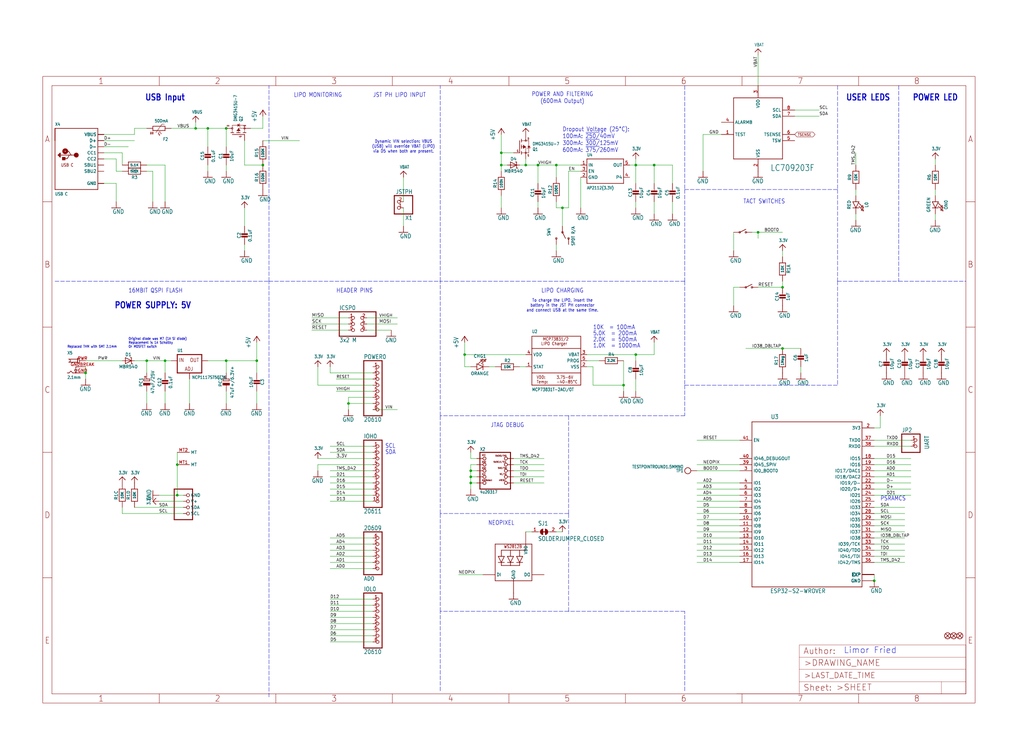
<source format=kicad_sch>
(kicad_sch (version 20211123) (generator eeschema)
  (paper "User" 425.45 313.385)
  (junction (at 363.22 241.3))
  (junction (at 86.36 53.34))
  (junction (at 195.58 198.12))
  (junction (at 264.16 147.32))
  (junction (at 109.22 68.58))
  (junction (at 208.28 63.5))
  (junction (at 93.98 149.86))
  (junction (at 218.44 68.58))
  (junction (at 231.14 68.58))
  (junction (at 35.56 154.94))
  (junction (at 264.16 68.58))
  (junction (at 195.58 200.66))
  (junction (at 208.28 68.58))
  (junction (at 325.12 119.38))
  (junction (at 233.68 86.36))
  (junction (at 81.28 53.34))
  (junction (at 223.52 68.58))
  (junction (at 314.96 96.52))
  (junction (at 271.78 68.58))
  (junction (at 106.68 149.86))
  (junction (at 193.04 147.32))
  (junction (at 325.12 144.78))
  (junction (at 144.78 167.64))
  (junction (at 259.08 160.02))
  (junction (at 93.98 53.34))
  (junction (at 68.58 149.86))
  (junction (at 60.96 149.86))
  (junction (at 73.66 205.74))
  (junction (at 73.66 193.04))
  (junction (at 195.58 195.58))
  (wire (pts (xy 195.58 152.4) (xy 193.04 152.4)))
  (wire (pts (xy 363.22 231.14) (xy 375.92 231.14)))
  (polyline (pts (xy 347.98 78.74) (xy 347.98 116.84)))
  (polyline (pts (xy 236.22 213.36) (xy 182.88 213.36)))
  (wire (pts (xy 109.22 58.42) (xy 124.46 58.42)))
  (wire (pts (xy 137.16 208.28) (xy 154.94 208.28)))
  (wire (pts (xy 137.16 251.46) (xy 154.94 251.46)))
  (wire (pts (xy 289.56 215.9) (xy 307.34 215.9)))
  (wire (pts (xy 355.6 91.44) (xy 355.6 88.9)))
  (wire (pts (xy 93.98 149.86) (xy 106.68 149.86)))
  (polyline (pts (xy 182.88 213.36) (xy 182.88 172.72)))
  (wire (pts (xy 93.98 162.56) (xy 93.98 167.64)))
  (wire (pts (xy 314.96 35.56) (xy 314.96 22.86)))
  (wire (pts (xy 154.94 170.18) (xy 165.1 170.18)))
  (wire (pts (xy 363.22 177.8) (xy 365.76 177.8)))
  (wire (pts (xy 137.16 223.52) (xy 154.94 223.52)))
  (wire (pts (xy 50.8 149.86) (xy 35.56 149.86)))
  (wire (pts (xy 109.22 53.34) (xy 109.22 48.26)))
  (wire (pts (xy 144.78 134.62) (xy 129.54 134.62)))
  (wire (pts (xy 208.28 71.12) (xy 208.28 68.58)))
  (wire (pts (xy 289.56 223.52) (xy 307.34 223.52)))
  (wire (pts (xy 271.78 68.58) (xy 271.78 76.2)))
  (wire (pts (xy 86.36 71.12) (xy 86.36 68.58)))
  (wire (pts (xy 307.34 228.6) (xy 289.56 228.6)))
  (wire (pts (xy 289.56 208.28) (xy 307.34 208.28)))
  (wire (pts (xy 154.94 195.58) (xy 137.16 195.58)))
  (wire (pts (xy 363.22 193.04) (xy 378.46 193.04)))
  (wire (pts (xy 144.78 167.64) (xy 144.78 170.18)))
  (polyline (pts (xy 236.22 213.36) (xy 236.22 172.72)))
  (wire (pts (xy 307.34 231.14) (xy 289.56 231.14)))
  (wire (pts (xy 193.04 152.4) (xy 193.04 147.32)))
  (wire (pts (xy 264.16 68.58) (xy 264.16 66.04)))
  (wire (pts (xy 388.62 68.58) (xy 388.62 66.04)))
  (wire (pts (xy 76.2 213.36) (xy 50.8 213.36)))
  (wire (pts (xy 218.44 66.04) (xy 218.44 68.58)))
  (wire (pts (xy 55.88 55.88) (xy 55.88 53.34)))
  (wire (pts (xy 330.2 45.72) (xy 340.36 45.72)))
  (wire (pts (xy 167.64 93.98) (xy 167.64 86.36)))
  (wire (pts (xy 314.96 119.38) (xy 325.12 119.38)))
  (wire (pts (xy 215.9 68.58) (xy 218.44 68.58)))
  (wire (pts (xy 137.16 154.94) (xy 137.16 152.4)))
  (wire (pts (xy 55.88 53.34) (xy 60.96 53.34)))
  (polyline (pts (xy 111.76 289.56) (xy 111.76 116.84)))
  (wire (pts (xy 48.26 76.2) (xy 48.26 83.82)))
  (wire (pts (xy 363.22 213.36) (xy 375.92 213.36)))
  (wire (pts (xy 325.12 144.78) (xy 309.88 144.78)))
  (wire (pts (xy 35.56 152.4) (xy 35.56 154.94)))
  (wire (pts (xy 167.64 73.66) (xy 167.64 83.82)))
  (wire (pts (xy 154.94 193.04) (xy 132.08 193.04)))
  (wire (pts (xy 76.2 210.82) (xy 55.88 210.82)))
  (wire (pts (xy 375.92 228.6) (xy 363.22 228.6)))
  (wire (pts (xy 137.16 248.92) (xy 154.94 248.92)))
  (wire (pts (xy 304.8 119.38) (xy 304.8 127)))
  (wire (pts (xy 48.26 76.2) (xy 43.18 76.2)))
  (polyline (pts (xy 284.48 35.56) (xy 284.48 78.74)))
  (wire (pts (xy 388.62 88.9) (xy 388.62 91.44)))
  (wire (pts (xy 198.12 200.66) (xy 195.58 200.66)))
  (wire (pts (xy 231.14 104.14) (xy 231.14 101.6)))
  (wire (pts (xy 279.4 83.82) (xy 279.4 88.9)))
  (wire (pts (xy 236.22 71.12) (xy 236.22 86.36)))
  (polyline (pts (xy 347.98 116.84) (xy 347.98 160.02)))
  (wire (pts (xy 68.58 149.86) (xy 68.58 154.94)))
  (polyline (pts (xy 284.48 78.74) (xy 347.98 78.74)))
  (polyline (pts (xy 236.22 254) (xy 236.22 213.36)))
  (wire (pts (xy 261.62 68.58) (xy 264.16 68.58)))
  (wire (pts (xy 198.12 195.58) (xy 195.58 195.58)))
  (wire (pts (xy 137.16 228.6) (xy 154.94 228.6)))
  (wire (pts (xy 307.34 200.66) (xy 289.56 200.66)))
  (wire (pts (xy 195.58 193.04) (xy 195.58 195.58)))
  (wire (pts (xy 363.22 238.76) (xy 363.22 241.3)))
  (wire (pts (xy 363.22 203.2) (xy 378.46 203.2)))
  (wire (pts (xy 200.66 238.76) (xy 190.5 238.76)))
  (wire (pts (xy 203.2 152.4) (xy 205.74 152.4)))
  (wire (pts (xy 154.94 162.56) (xy 139.7 162.56)))
  (wire (pts (xy 154.94 200.66) (xy 137.16 200.66)))
  (polyline (pts (xy 284.48 172.72) (xy 236.22 172.72)))
  (wire (pts (xy 271.78 83.82) (xy 271.78 88.9)))
  (wire (pts (xy 223.52 76.2) (xy 223.52 68.58)))
  (wire (pts (xy 152.4 134.62) (xy 165.1 134.62)))
  (polyline (pts (xy 284.48 254) (xy 236.22 254)))
  (polyline (pts (xy 284.48 78.74) (xy 284.48 116.84)))
  (wire (pts (xy 304.8 96.52) (xy 304.8 104.14)))
  (wire (pts (xy 307.34 119.38) (xy 304.8 119.38)))
  (wire (pts (xy 198.12 193.04) (xy 195.58 193.04)))
  (wire (pts (xy 73.66 193.04) (xy 73.66 205.74)))
  (wire (pts (xy 332.74 144.78) (xy 325.12 144.78)))
  (wire (pts (xy 104.14 53.34) (xy 109.22 53.34)))
  (wire (pts (xy 241.3 68.58) (xy 231.14 68.58)))
  (wire (pts (xy 233.68 86.36) (xy 231.14 86.36)))
  (wire (pts (xy 93.98 53.34) (xy 86.36 53.34)))
  (wire (pts (xy 363.22 218.44) (xy 375.92 218.44)))
  (wire (pts (xy 307.34 182.88) (xy 289.56 182.88)))
  (wire (pts (xy 165.1 132.08) (xy 152.4 132.08)))
  (wire (pts (xy 154.94 205.74) (xy 137.16 205.74)))
  (wire (pts (xy 48.26 66.04) (xy 48.26 71.12)))
  (wire (pts (xy 154.94 154.94) (xy 137.16 154.94)))
  (wire (pts (xy 312.42 96.52) (xy 314.96 96.52)))
  (wire (pts (xy 101.6 101.6) (xy 101.6 104.14)))
  (wire (pts (xy 289.56 210.82) (xy 307.34 210.82)))
  (wire (pts (xy 243.84 149.86) (xy 248.92 149.86)))
  (wire (pts (xy 50.8 63.5) (xy 50.8 68.58)))
  (wire (pts (xy 365.76 177.8) (xy 365.76 172.72)))
  (wire (pts (xy 213.36 195.58) (xy 226.06 195.58)))
  (wire (pts (xy 388.62 81.28) (xy 388.62 78.74)))
  (wire (pts (xy 154.94 226.06) (xy 137.16 226.06)))
  (wire (pts (xy 154.94 190.5) (xy 132.08 190.5)))
  (wire (pts (xy 264.16 83.82) (xy 264.16 86.36)))
  (wire (pts (xy 299.72 55.88) (xy 292.1 55.88)))
  (wire (pts (xy 35.56 154.94) (xy 35.56 157.48)))
  (wire (pts (xy 93.98 68.58) (xy 93.98 71.12)))
  (polyline (pts (xy 182.88 287.02) (xy 182.88 254)))
  (wire (pts (xy 213.36 193.04) (xy 226.06 193.04)))
  (wire (pts (xy 233.68 220.98) (xy 231.14 220.98)))
  (wire (pts (xy 264.16 149.86) (xy 264.16 147.32)))
  (wire (pts (xy 60.96 68.58) (xy 68.58 68.58)))
  (polyline (pts (xy 182.88 116.84) (xy 182.88 35.56)))
  (wire (pts (xy 246.38 160.02) (xy 259.08 160.02)))
  (wire (pts (xy 86.36 53.34) (xy 81.28 53.34)))
  (wire (pts (xy 363.22 220.98) (xy 375.92 220.98)))
  (wire (pts (xy 332.74 154.94) (xy 332.74 152.4)))
  (wire (pts (xy 144.78 165.1) (xy 144.78 167.64)))
  (wire (pts (xy 137.16 259.08) (xy 154.94 259.08)))
  (wire (pts (xy 73.66 205.74) (xy 76.2 205.74)))
  (wire (pts (xy 154.94 165.1) (xy 144.78 165.1)))
  (wire (pts (xy 132.08 160.02) (xy 132.08 152.4)))
  (wire (pts (xy 223.52 68.58) (xy 231.14 68.58)))
  (wire (pts (xy 106.68 142.24) (xy 106.68 149.86)))
  (wire (pts (xy 137.16 198.12) (xy 154.94 198.12)))
  (wire (pts (xy 154.94 167.64) (xy 144.78 167.64)))
  (wire (pts (xy 106.68 149.86) (xy 106.68 154.94)))
  (wire (pts (xy 86.36 53.34) (xy 86.36 60.96)))
  (wire (pts (xy 60.96 167.64) (xy 60.96 162.56)))
  (wire (pts (xy 259.08 160.02) (xy 259.08 162.56)))
  (wire (pts (xy 137.16 264.16) (xy 154.94 264.16)))
  (wire (pts (xy 132.08 193.04) (xy 132.08 195.58)))
  (wire (pts (xy 363.22 198.12) (xy 378.46 198.12)))
  (polyline (pts (xy 22.86 116.84) (xy 111.76 116.84)))
  (wire (pts (xy 73.66 187.96) (xy 73.66 193.04)))
  (wire (pts (xy 210.82 68.58) (xy 208.28 68.58)))
  (wire (pts (xy 307.34 193.04) (xy 289.56 193.04)))
  (wire (pts (xy 43.18 63.5) (xy 50.8 63.5)))
  (wire (pts (xy 325.12 104.14) (xy 325.12 106.68)))
  (wire (pts (xy 101.6 68.58) (xy 101.6 58.42)))
  (wire (pts (xy 137.16 254) (xy 154.94 254)))
  (wire (pts (xy 264.16 76.2) (xy 264.16 68.58)))
  (wire (pts (xy 363.22 185.42) (xy 378.46 185.42)))
  (wire (pts (xy 81.28 50.8) (xy 81.28 53.34)))
  (polyline (pts (xy 284.48 160.02) (xy 347.98 160.02)))
  (wire (pts (xy 289.56 205.74) (xy 307.34 205.74)))
  (wire (pts (xy 144.78 137.16) (xy 129.54 137.16)))
  (wire (pts (xy 215.9 152.4) (xy 218.44 152.4)))
  (polyline (pts (xy 111.76 116.84) (xy 111.76 35.56)))
  (wire (pts (xy 307.34 220.98) (xy 289.56 220.98)))
  (wire (pts (xy 137.16 203.2) (xy 154.94 203.2)))
  (wire (pts (xy 193.04 142.24) (xy 193.04 147.32)))
  (wire (pts (xy 289.56 218.44) (xy 307.34 218.44)))
  (wire (pts (xy 195.58 190.5) (xy 195.58 187.96)))
  (wire (pts (xy 231.14 73.66) (xy 231.14 68.58)))
  (wire (pts (xy 154.94 185.42) (xy 137.16 185.42)))
  (wire (pts (xy 259.08 149.86) (xy 259.08 160.02)))
  (wire (pts (xy 264.16 157.48) (xy 264.16 162.56)))
  (wire (pts (xy 355.6 78.74) (xy 355.6 81.28)))
  (polyline (pts (xy 236.22 172.72) (xy 182.88 172.72)))
  (wire (pts (xy 86.36 149.86) (xy 93.98 149.86)))
  (wire (pts (xy 43.18 55.88) (xy 55.88 55.88)))
  (wire (pts (xy 73.66 205.74) (xy 66.04 205.74)))
  (wire (pts (xy 208.28 63.5) (xy 208.28 55.88)))
  (wire (pts (xy 307.34 195.58) (xy 289.56 195.58)))
  (wire (pts (xy 271.78 142.24) (xy 271.78 147.32)))
  (wire (pts (xy 330.2 48.26) (xy 340.36 48.26)))
  (polyline (pts (xy 182.88 254) (xy 182.88 213.36)))
  (wire (pts (xy 137.16 266.7) (xy 154.94 266.7)))
  (wire (pts (xy 271.78 68.58) (xy 279.4 68.58)))
  (wire (pts (xy 279.4 68.58) (xy 279.4 76.2)))
  (wire (pts (xy 375.92 210.82) (xy 363.22 210.82)))
  (wire (pts (xy 233.68 93.98) (xy 233.68 86.36)))
  (wire (pts (xy 314.96 96.52) (xy 314.96 99.06)))
  (wire (pts (xy 195.58 195.58) (xy 195.58 198.12)))
  (wire (pts (xy 71.12 149.86) (xy 68.58 149.86)))
  (polyline (pts (xy 284.48 116.84) (xy 284.48 160.02)))
  (wire (pts (xy 363.22 182.88) (xy 378.46 182.88)))
  (wire (pts (xy 307.34 213.36) (xy 289.56 213.36)))
  (wire (pts (xy 193.04 147.32) (xy 218.44 147.32)))
  (wire (pts (xy 144.78 132.08) (xy 129.54 132.08)))
  (wire (pts (xy 154.94 187.96) (xy 137.16 187.96)))
  (wire (pts (xy 93.98 149.86) (xy 93.98 154.94)))
  (wire (pts (xy 208.28 68.58) (xy 208.28 63.5)))
  (wire (pts (xy 109.22 68.58) (xy 101.6 68.58)))
  (polyline (pts (xy 182.88 172.72) (xy 182.88 116.84)))
  (wire (pts (xy 264.16 147.32) (xy 243.84 147.32)))
  (wire (pts (xy 50.8 213.36) (xy 50.8 210.82)))
  (wire (pts (xy 325.12 116.84) (xy 325.12 119.38)))
  (wire (pts (xy 243.84 152.4) (xy 246.38 152.4)))
  (wire (pts (xy 213.36 190.5) (xy 226.06 190.5)))
  (wire (pts (xy 48.26 71.12) (xy 50.8 71.12)))
  (wire (pts (xy 292.1 55.88) (xy 292.1 71.12)))
  (polyline (pts (xy 347.98 35.56) (xy 347.98 78.74)))
  (wire (pts (xy 68.58 68.58) (xy 68.58 83.82)))
  (wire (pts (xy 220.98 220.98) (xy 218.44 220.98)))
  (wire (pts (xy 93.98 60.96) (xy 93.98 53.34)))
  (wire (pts (xy 154.94 231.14) (xy 137.16 231.14)))
  (polyline (pts (xy 347.98 116.84) (xy 373.38 116.84)))
  (wire (pts (xy 195.58 198.12) (xy 195.58 200.66)))
  (wire (pts (xy 363.22 215.9) (xy 375.92 215.9)))
  (wire (pts (xy 226.06 200.66) (xy 213.36 200.66)))
  (wire (pts (xy 241.3 71.12) (xy 236.22 71.12)))
  (wire (pts (xy 43.18 58.42) (xy 55.88 58.42)))
  (polyline (pts (xy 284.48 160.02) (xy 284.48 172.72)))
  (wire (pts (xy 78.74 167.64) (xy 78.74 157.48)))
  (polyline (pts (xy 284.48 116.84) (xy 182.88 116.84)))
  (wire (pts (xy 289.56 226.06) (xy 307.34 226.06)))
  (wire (pts (xy 66.04 208.28) (xy 76.2 208.28)))
  (wire (pts (xy 43.18 60.96) (xy 53.34 60.96)))
  (wire (pts (xy 137.16 256.54) (xy 154.94 256.54)))
  (wire (pts (xy 223.52 83.82) (xy 223.52 86.36)))
  (wire (pts (xy 68.58 149.86) (xy 60.96 149.86)))
  (wire (pts (xy 195.58 200.66) (xy 195.58 203.2)))
  (wire (pts (xy 363.22 200.66) (xy 378.46 200.66)))
  (wire (pts (xy 68.58 162.56) (xy 68.58 167.64)))
  (polyline (pts (xy 284.48 287.02) (xy 284.48 254)))
  (wire (pts (xy 231.14 86.36) (xy 231.14 83.82)))
  (wire (pts (xy 375.92 233.68) (xy 363.22 233.68)))
  (wire (pts (xy 106.68 162.56) (xy 106.68 167.64)))
  (wire (pts (xy 264.16 147.32) (xy 271.78 147.32)))
  (wire (pts (xy 363.22 190.5) (xy 378.46 190.5)))
  (wire (pts (xy 218.44 68.58) (xy 223.52 68.58)))
  (wire (pts (xy 154.94 261.62) (xy 137.16 261.62)))
  (wire (pts (xy 363.22 223.52) (xy 375.92 223.52)))
  (wire (pts (xy 363.22 205.74) (xy 378.46 205.74)))
  (wire (pts (xy 162.56 137.16) (xy 152.4 137.16)))
  (polyline (pts (xy 373.38 116.84) (xy 401.32 116.84)))
  (wire (pts (xy 60.96 149.86) (xy 55.88 149.86)))
  (wire (pts (xy 213.36 198.12) (xy 226.06 198.12)))
  (wire (pts (xy 198.12 198.12) (xy 195.58 198.12)))
  (wire (pts (xy 60.96 154.94) (xy 60.96 149.86)))
  (wire (pts (xy 246.38 152.4) (xy 246.38 160.02)))
  (wire (pts (xy 314.96 96.52) (xy 325.12 96.52)))
  (wire (pts (xy 355.6 63.5) (xy 355.6 68.58)))
  (wire (pts (xy 154.94 236.22) (xy 137.16 236.22)))
  (wire (pts (xy 241.3 73.66) (xy 241.3 86.36)))
  (wire (pts (xy 363.22 195.58) (xy 378.46 195.58)))
  (wire (pts (xy 198.12 190.5) (xy 195.58 190.5)))
  (wire (pts (xy 307.34 203.2) (xy 289.56 203.2)))
  (wire (pts (xy 101.6 86.36) (xy 101.6 93.98)))
  (polyline (pts (xy 111.76 116.84) (xy 182.88 116.84)))
  (wire (pts (xy 81.28 53.34) (xy 71.12 53.34)))
  (wire (pts (xy 60.96 71.12) (xy 63.5 71.12)))
  (wire (pts (xy 213.36 63.5) (xy 208.28 63.5)))
  (wire (pts (xy 307.34 233.68) (xy 289.56 233.68)))
  (wire (pts (xy 43.18 66.04) (xy 48.26 66.04)))
  (wire (pts (xy 154.94 160.02) (xy 132.08 160.02)))
  (wire (pts (xy 139.7 157.48) (xy 154.94 157.48)))
  (wire (pts (xy 137.16 233.68) (xy 154.94 233.68)))
  (polyline (pts (xy 236.22 254) (xy 182.88 254)))
  (wire (pts (xy 264.16 68.58) (xy 271.78 68.58)))
  (wire (pts (xy 363.22 226.06) (xy 375.92 226.06)))
  (wire (pts (xy 63.5 71.12) (xy 63.5 83.82)))
  (polyline (pts (xy 373.38 35.56) (xy 373.38 116.84)))
  (wire (pts (xy 208.28 86.36) (xy 208.28 81.28)))
  (wire (pts (xy 236.22 86.36) (xy 233.68 86.36)))
  (text "LIPO MONITORING" (at 132.08 40.64 180) (effects (font (size 1.778 1.5113)) (justify bottom)))
  (text "Dynamic VIN selection: VBUS\n(USB) will override VBAT (LIPO)\nvia D5 when both are present." (at 167.64 60.96 0) (effects (font (size 1.27 1.0795))))
  (text "Dropout Voltage (25°C):\n100mA: ~{250/}40mV\n300mA: ~{300/}125mV\n600mA: ~{375/}260mV" (at 233.68 63.5 0) (effects (font (size 1.778 1.5113)) (justify left bottom)))
  (text "16MBIT QSPI FLASH" (at 53.34 121.92 180) (effects (font (size 1.778 1.5113)) (justify left bottom)))
  (text "Replaced THM with SMT 2.1mm" (at 27.94 144.78 180) (effects (font (size 1.016 0.8636)) (justify left bottom)))
  (text "USB Input" (at 68.58 40.64 180) (effects (font (size 2.54 2.159) (thickness 0.4318) bold)))
  (text "10K  = 100mA" (at 246.38 137.16 180) (effects (font (size 1.778 1.5113)) (justify left bottom)))
  (text "5.0K  = 200mA" (at 246.38 139.7 180) (effects (font (size 1.778 1.5113)) (justify left bottom)))
  (text "SCL" (at 160.02 185.42 180) (effects (font (size 1.778 1.5113)) (justify left)))
  (text "JST PH LIPO INPUT" (at 154.94 40.64 180) (effects (font (size 1.778 1.5113)) (justify left bottom)))
  (text "HEADER PINS" (at 147.32 121.92 180) (effects (font (size 1.778 1.5113)) (justify bottom)))
  (text "POWER SUPPLY: 5V" (at 63.5 127 180) (effects (font (size 2.54 2.159) (thickness 0.4318) bold)))
  (text "POWER AND FILTERING\n(600mA Output)" (at 233.68 43.18 180) (effects (font (size 1.778 1.5113)) (justify bottom)))
  (text "SDA" (at 160.02 187.96 180) (effects (font (size 1.778 1.5113)) (justify left)))
  (text "To charge the LIPO, insert the\nbattery in the JST PH connector\nand connect USB at the same time." (at 233.68 127 0) (effects (font (size 1.27 1.0795))))
  (text "PSRAMCS" (at 365.76 208.28 180) (effects (font (size 1.778 1.5113)) (justify left bottom)))
  (text "USER LEDS" (at 360.68 40.64 180) (effects (font (size 2.54 2.159) (thickness 0.4318) bold)))
  (text "POWER LED" (at 388.62 40.64 180) (effects (font (size 2.54 2.159) (thickness 0.4318) bold)))
  (text "2.0K  = 500mA" (at 246.38 142.24 180) (effects (font (size 1.778 1.5113)) (justify left bottom)))
  (text "Original diode was M7 (1A Si diode)\nReplacement is 1A Schottky\nOr MOSFET switch" (at 53.34 144.78 0) (effects (font (size 1.016 0.8636)) (justify left bottom)))
  (text "TACT SWITCHES" (at 317.5 83.82 180) (effects (font (size 1.778 1.5113))))
  (text "LIPO CHARGING" (at 233.68 121.92 180) (effects (font (size 1.778 1.5113)) (justify bottom)))
  (text "Limor Fried" (at 350.52 271.78 180) (effects (font (size 2.54 2.54)) (justify left bottom)))
  (text "JTAG DEBUG" (at 210.82 177.8 180) (effects (font (size 1.778 1.5113)) (justify bottom)))
  (text "NEOPIXEL" (at 208.28 218.44 180) (effects (font (size 1.778 1.5113)) (justify bottom)))
  (text "1.0K  = 1000mA" (at 246.38 144.78 180) (effects (font (size 1.778 1.5113)) (justify left bottom)))
  (label "D12" (at 292.1 228.6 0) (effects (font (size 1.2446 1.2446))))
  (label "VBUS" (at 73.66 53.34 0) (effects (font (size 1.2446 1.2446))))
  (label "TCK" (at 365.76 226.06 0) (effects (font (size 1.2446 1.2446))))
  (label "VIN" (at 63.5 149.86 0) (effects (font (size 1.2446 1.2446))))
  (label "SCL" (at 340.36 45.72 0) (effects (font (size 1.2446 1.2446))))
  (label "D10" (at 292.1 223.52 0) (effects (font (size 1.2446 1.2446))))
  (label "D5" (at 137.16 266.7 0) (effects (font (size 1.2446 1.2446))))
  (label "D9" (at 292.1 220.98 0) (effects (font (size 1.2446 1.2446))))
  (label "BOOT0" (at 292.1 195.58 0) (effects (font (size 1.2446 1.2446))))
  (label "MOSI" (at 365.76 215.9 0) (effects (font (size 1.2446 1.2446))))
  (label "SCL" (at 139.7 185.42 0) (effects (font (size 1.2446 1.2446))))
  (label "SDA" (at 340.36 48.26 0) (effects (font (size 1.2446 1.2446))))
  (label "D15" (at 139.7 203.2 0) (effects (font (size 1.2446 1.2446))))
  (label "AD2" (at 139.7 231.14 0) (effects (font (size 1.2446 1.2446))))
  (label "D-" (at 43.18 60.96 0) (effects (font (size 1.2446 1.2446))))
  (label "AD4" (at 292.1 205.74 0) (effects (font (size 1.2446 1.2446))))
  (label "D6" (at 292.1 213.36 0) (effects (font (size 1.2446 1.2446))))
  (label "RESET" (at 215.9 200.66 0) (effects (font (size 1.2446 1.2446))))
  (label "D7" (at 292.1 215.9 0) (effects (font (size 1.2446 1.2446))))
  (label "TMS_D42" (at 365.76 233.68 0) (effects (font (size 1.2446 1.2446))))
  (label "D6" (at 137.16 264.16 0) (effects (font (size 1.2446 1.2446))))
  (label "MISO" (at 365.76 220.98 0) (effects (font (size 1.2446 1.2446))))
  (label "PWR" (at 40.64 149.86 0) (effects (font (size 1.2446 1.2446))))
  (label "AD1" (at 139.7 233.68 0) (effects (font (size 1.2446 1.2446))))
  (label "D15" (at 368.3 190.5 0) (effects (font (size 1.2446 1.2446))))
  (label "AD0" (at 139.7 236.22 0) (effects (font (size 1.2446 1.2446))))
  (label "AD0" (at 368.3 195.58 0) (effects (font (size 1.2446 1.2446))))
  (label "GND" (at 294.64 55.88 0) (effects (font (size 1.2446 1.2446))))
  (label "VBAT" (at 314.96 27.94 90) (effects (font (size 1.2446 1.2446))))
  (label "TMS_D42" (at 215.9 190.5 0) (effects (font (size 1.2446 1.2446))))
  (label "SDA" (at 139.7 187.96 0) (effects (font (size 1.2446 1.2446))))
  (label "3.3V" (at 139.7 190.5 0) (effects (font (size 1.3513 1.3513))))
  (label "TDO" (at 365.76 228.6 0) (effects (font (size 1.2446 1.2446))))
  (label "AD5" (at 292.1 208.28 0) (effects (font (size 1.2446 1.2446))))
  (label "NEOPIX" (at 292.1 193.04 0) (effects (font (size 1.2446 1.2446))))
  (label "TDO" (at 215.9 195.58 0) (effects (font (size 1.2446 1.2446))))
  (label "IO38_DBLTAP" (at 312.42 144.78 0) (effects (font (size 1.2446 1.2446))))
  (label "TCK" (at 215.9 193.04 0) (effects (font (size 1.2446 1.2446))))
  (label "TDI" (at 215.9 198.12 0) (effects (font (size 1.2446 1.2446))))
  (label "VHIGH" (at 139.7 162.56 0) (effects (font (size 1.2446 1.2446))))
  (label "IO38_DBLTAP" (at 365.76 223.52 0) (effects (font (size 1.2446 1.2446))))
  (label "AD3" (at 292.1 203.2 0) (effects (font (size 1.2446 1.2446))))
  (label "TMS_D42" (at 355.6 68.58 90) (effects (font (size 1.2446 1.2446))))
  (label "VIN" (at 116.84 58.42 0) (effects (font (size 1.2446 1.2446))))
  (label "AD4" (at 139.7 226.06 0) (effects (font (size 1.2446 1.2446))))
  (label "D11" (at 137.16 251.46 0) (effects (font (size 1.2446 1.2446))))
  (label "SCK" (at 365.76 218.44 0) (effects (font (size 1.2446 1.2446))))
  (label "D21" (at 368.3 205.74 0) (effects (font (size 1.2446 1.2446))))
  (label "D14" (at 139.7 205.74 0) (effects (font (size 1.2446 1.2446))))
  (label "D+" (at 43.18 58.42 0) (effects (font (size 1.2446 1.2446))))
  (label "SCL" (at 66.04 213.36 0) (effects (font (size 1.2446 1.2446))))
  (label "MOSI" (at 157.48 134.62 0) (effects (font (size 1.3513 1.3513))))
  (label "AD5" (at 139.7 223.52 0) (effects (font (size 1.2446 1.2446))))
  (label "D8" (at 292.1 218.44 0) (effects (font (size 1.2446 1.2446))))
  (label "D8" (at 137.16 259.08 0) (effects (font (size 1.2446 1.2446))))
  (label "RESET" (at 314.96 119.38 0) (effects (font (size 1.3513 1.3513))))
  (label "D13" (at 139.7 208.28 0) (effects (font (size 1.2446 1.2446))))
  (label "AD1" (at 368.3 198.12 0) (effects (font (size 1.2446 1.2446))))
  (label "D5" (at 292.1 210.82 0) (effects (font (size 1.2446 1.2446))))
  (label "TMS_D42" (at 139.7 195.58 0) (effects (font (size 1.2446 1.2446))))
  (label "SDA" (at 365.76 210.82 0) (effects (font (size 1.2446 1.2446))))
  (label "D21" (at 139.7 198.12 0) (effects (font (size 1.2446 1.2446))))
  (label "MISO" (at 129.54 132.08 0) (effects (font (size 1.3513 1.3513))))
  (label "D9" (at 137.16 256.54 0) (effects (font (size 1.2446 1.2446))))
  (label "VHIGH" (at 223.52 68.58 0) (effects (font (size 1.2446 1.2446))))
  (label "SCL" (at 365.76 213.36 0) (effects (font (size 1.2446 1.2446))))
  (label "D11" (at 292.1 226.06 0) (effects (font (size 1.2446 1.2446))))
  (label "RESET" (at 129.54 137.16 0) (effects (font (size 1.3513 1.3513))))
  (label "AD3" (at 139.7 228.6 0) (effects (font (size 1.2446 1.2446))))
  (label "NEOPIX" (at 190.5 238.76 0) (effects (font (size 1.2446 1.2446))))
  (label "D12" (at 137.16 248.92 0) (effects (font (size 1.2446 1.2446))))
  (label "D+" (at 368.3 203.2 0) (effects (font (size 1.2446 1.2446))))
  (label "RESET" (at 139.7 157.48 0) (effects (font (size 1.1735 1.1735))))
  (label "RXD0" (at 368.3 185.42 0) (effects (font (size 1.2446 1.2446))))
  (label "SDA" (at 66.04 210.82 0) (effects (font (size 1.2446 1.2446))))
  (label "EN" (at 236.22 71.12 0) (effects (font (size 1.2446 1.2446))))
  (label "D16" (at 368.3 193.04 0) (effects (font (size 1.2446 1.2446))))
  (label "TXD0" (at 368.3 182.88 0) (effects (font (size 1.2446 1.2446))))
  (label "AD2" (at 292.1 200.66 0) (effects (font (size 1.2446 1.2446))))
  (label "D14" (at 292.1 233.68 0) (effects (font (size 1.2446 1.2446))))
  (label "D13" (at 292.1 231.14 0) (effects (font (size 1.2446 1.2446))))
  (label "D-" (at 368.3 200.66 0) (effects (font (size 1.2446 1.2446))))
  (label "D7" (at 137.16 261.62 0) (effects (font (size 1.2446 1.2446))))
  (label "TDI" (at 365.76 231.14 0) (effects (font (size 1.2446 1.2446))))
  (label "BOOT0" (at 317.5 96.52 0) (effects (font (size 1.2446 1.2446))))
  (label "SCK" (at 129.54 134.62 0) (effects (font (size 1.3513 1.3513))))
  (label "D16" (at 139.7 200.66 0) (effects (font (size 1.2446 1.2446))))
  (label "VHIGH" (at 157.48 132.08 0) (effects (font (size 1.2446 1.2446))))
  (label "VIN" (at 160.02 170.18 0) (effects (font (size 1.2446 1.2446))))
  (label "RESET" (at 292.1 182.88 0) (effects (font (size 1.2446 1.2446))))
  (label "D10" (at 137.16 254 0) (effects (font (size 1.2446 1.2446))))
  (global_label "TSENSE" (shape bidirectional) (at 330.2 55.88 0) (effects (font (size 1.016 1.016))) (property "Intersheet References" "${INTERSHEET_REFS}" (effects hide)))
  (symbol (lib_id "eagleSchem-eagle-import:3.3V") (at 388.62 63.5 0) (unit 1)
    (property "Reference" "#U$34" (effects hide))
    (property "Value" "3.3V" (at 387.096 62.484 0) (effects (font (size 1.27 1.0795)) (justify left bottom)))
    (property "Footprint" "eagleSchem:" (effects hide))
  )
  (symbol (lib_id "eagleSchem-eagle-import:VBAT") (at 314.96 20.32 0) (unit 1)
    (property "Reference" "#U$19" (effects hide))
    (property "Value" "VBAT" (at 313.436 19.304 0) (effects (font (size 1.27 1.0795)) (justify left bottom)))
    (property "Footprint" "eagleSchem:" (effects hide))
  )
  (symbol (lib_id "eagleSchem-eagle-import:3.3V") (at 365.76 170.18 0) (unit 1)
    (property "Reference" "#U$33" (effects hide))
    (property "Value" "3.3V" (at 364.236 169.164 0) (effects (font (size 1.27 1.0795)) (justify left bottom)))
    (property "Footprint" "eagleSchem:" (effects hide))
  )
  (symbol (lib_id "eagleSchem-eagle-import:MOSFET-P") (at 218.44 60.96 0) (mirror x) (unit 1)
    (property "Reference" "Q1" (at 221.234 61.341 0) (effects (font (size 1.27 1.0795)) (justify left bottom)))
    (property "Value" "DMG3415U-7" (at 221.234 59.055 0) (effects (font (size 1.27 1.0795)) (justify left bottom)))
    (property "Footprint" "eagleSchem:SOT23-R" (effects hide))
  )
  (symbol (lib_id "eagleSchem-eagle-import:CAP_CERAMIC0805-NOOUTLINE") (at 223.52 81.28 0) (unit 1)
    (property "Reference" "C11" (at 221.23 80.03 90))
    (property "Value" "10µF" (at 225.82 80.03 90))
    (property "Footprint" "eagleSchem:0805-NO" (effects hide))
  )
  (symbol (lib_id "eagleSchem-eagle-import:CAP_ELECTROLYTICPANASONIC_D") (at 60.96 160.02 0) (unit 1)
    (property "Reference" "PC1" (at 58.57 158.77 90))
    (property "Value" "47uF/25V" (at 63.46 158.77 90))
    (property "Footprint" "eagleSchem:PANASONIC_D" (effects hide))
  )
  (symbol (lib_id "eagleSchem-eagle-import:HEADER-1X2ROUND") (at 381 185.42 0) (unit 1)
    (property "Reference" "JP2" (at 374.65 179.705 0) (effects (font (size 1.778 1.5113)) (justify left bottom)))
    (property "Value" "UART" (at 386.08 186.69 90) (effects (font (size 1.778 1.5113)) (justify left bottom)))
    (property "Footprint" "eagleSchem:1X02_ROUND" (effects hide))
  )
  (symbol (lib_id "eagleSchem-eagle-import:SWITCH_SPST_TACT_RA") (at 312.42 119.38 0) (unit 1)
    (property "Reference" "SW3" (effects hide))
    (property "Value" "RA_TACT" (effects hide))
    (property "Footprint" "eagleSchem:SPST_TACTILE_RA" (effects hide))
  )
  (symbol (lib_id "eagleSchem-eagle-import:RESISTOR_0603_NOOUT") (at 109.22 63.5 90) (unit 1)
    (property "Reference" "R15" (at 106.68 63.5 0))
    (property "Value" "100K" (at 109.22 63.5 0) (effects (font (size 1.016 1.016) bold)))
    (property "Footprint" "eagleSchem:0603-NO" (effects hide))
  )
  (symbol (lib_id "eagleSchem-eagle-import:CAP_CERAMIC0603_NO") (at 68.58 160.02 0) (unit 1)
    (property "Reference" "C12" (at 66.29 158.77 90))
    (property "Value" "0.1uF" (at 70.88 158.77 90))
    (property "Footprint" "eagleSchem:0603-NO" (effects hide))
  )
  (symbol (lib_id "eagleSchem-eagle-import:USB_C") (at 33.02 66.04 0) (unit 1)
    (property "Reference" "X4" (at 22.86 52.324 0) (effects (font (size 1.27 1.0795)) (justify left bottom)))
    (property "Value" "USB C" (at 22.86 81.28 0) (effects (font (size 1.27 1.0795)) (justify left bottom)))
    (property "Footprint" "eagleSchem:USB_C_CUSB31-CFM2AX-01-X" (effects hide))
  )
  (symbol (lib_id "eagleSchem-eagle-import:CAP_CERAMIC0805-NOOUTLINE") (at 106.68 157.48 180) (unit 1)
    (property "Reference" "C3" (at 108.97 158.73 90))
    (property "Value" "10uF" (at 104.38 158.73 90))
    (property "Footprint" "eagleSchem:0805-NO" (effects hide))
  )
  (symbol (lib_id "eagleSchem-eagle-import:GND") (at 132.08 198.12 0) (unit 1)
    (property "Reference" "#GND6" (effects hide))
    (property "Value" "GND" (at 129.54 200.66 0) (effects (font (size 1.778 1.5113)) (justify left bottom)))
    (property "Footprint" "eagleSchem:" (effects hide))
  )
  (symbol (lib_id "eagleSchem-eagle-import:LED0603_NOOUTLINE") (at 388.62 86.36 270) (unit 1)
    (property "Reference" "ON0" (at 393.065 85.09 0))
    (property "Value" "GREEN" (at 385.826 85.09 0))
    (property "Footprint" "eagleSchem:CHIPLED_0603_NOOUTLINE" (effects hide))
  )
  (symbol (lib_id "eagleSchem-eagle-import:HEADER-2X3") (at 149.86 134.62 0) (unit 1)
    (property "Reference" "ICSP0" (at 140.97 128.905 0) (effects (font (size 1.778 1.5113)) (justify left bottom)))
    (property "Value" "3x2 M" (at 140.97 142.24 0) (effects (font (size 1.778 1.5113)) (justify left bottom)))
    (property "Footprint" "eagleSchem:2X03_ROUND_70MIL" (effects hide))
  )
  (symbol (lib_id "eagleSchem-eagle-import:CAP_ELECTROLYTICPANASONIC_D") (at 93.98 160.02 0) (unit 1)
    (property "Reference" "PC2" (at 91.59 158.77 90))
    (property "Value" "47uF+/6.3V+" (at 96.48 158.77 90))
    (property "Footprint" "eagleSchem:PANASONIC_D" (effects hide))
  )
  (symbol (lib_id "eagleSchem-eagle-import:GND") (at 375.92 157.48 0) (unit 1)
    (property "Reference" "#U$43" (effects hide))
    (property "Value" "GND" (at 374.396 160.02 0) (effects (font (size 1.778 1.5113)) (justify left bottom)))
    (property "Footprint" "eagleSchem:" (effects hide))
  )
  (symbol (lib_id "eagleSchem-eagle-import:3.3V") (at 368.3 144.78 0) (unit 1)
    (property "Reference" "#U$38" (effects hide))
    (property "Value" "3.3V" (at 366.776 143.764 0) (effects (font (size 1.27 1.0795)) (justify left bottom)))
    (property "Footprint" "eagleSchem:" (effects hide))
  )
  (symbol (lib_id "eagleSchem-eagle-import:RESISTOR_4PACK") (at 50.8 205.74 90) (unit 3)
    (property "Reference" "R1" (at 48.26 205.74 0))
    (property "Value" "10K" (at 50.8 205.74 0) (effects (font (size 1.016 1.016) bold)))
    (property "Footprint" "eagleSchem:RESPACK_4X0603" (effects hide))
  )
  (symbol (lib_id "eagleSchem-eagle-import:GND") (at 68.58 86.36 0) (unit 1)
    (property "Reference" "#U$30" (effects hide))
    (property "Value" "GND" (at 67.056 88.9 0) (effects (font (size 1.778 1.5113)) (justify left bottom)))
    (property "Footprint" "eagleSchem:" (effects hide))
  )
  (symbol (lib_id "eagleSchem-eagle-import:TESTPOINTROUND1.5MMNO") (at 289.56 195.58 90) (unit 1)
    (property "Reference" "TP1" (at 283.972 195.58 90) (effects (font (size 1.27 1.0795)) (justify left)))
    (property "Value" "TESTPOINTROUND1.5MMNO" (at 283.972 193.929 90) (effects (font (size 1.27 1.0795)) (justify left)))
    (property "Footprint" "eagleSchem:TESTPOINT_ROUND_1.5MM_NO" (effects hide))
  )
  (symbol (lib_id "eagleSchem-eagle-import:GND") (at 271.78 91.44 0) (unit 1)
    (property "Reference" "#U$4" (effects hide))
    (property "Value" "GND" (at 270.256 93.98 0) (effects (font (size 1.778 1.5113)) (justify left bottom)))
    (property "Footprint" "eagleSchem:" (effects hide))
  )
  (symbol (lib_id "eagleSchem-eagle-import:GND") (at 63.5 86.36 0) (unit 1)
    (property "Reference" "#U$26" (effects hide))
    (property "Value" "GND" (at 61.976 88.9 0) (effects (font (size 1.778 1.5113)) (justify left bottom)))
    (property "Footprint" "eagleSchem:" (effects hide))
  )
  (symbol (lib_id "eagleSchem-eagle-import:3.3V") (at 195.58 185.42 0) (unit 1)
    (property "Reference" "#U$50" (effects hide))
    (property "Value" "3.3V" (at 194.056 184.404 0) (effects (font (size 1.27 1.0795)) (justify left bottom)))
    (property "Footprint" "eagleSchem:" (effects hide))
  )
  (symbol (lib_id "eagleSchem-eagle-import:MOSFET-P") (at 99.06 53.34 270) (mirror x) (unit 1)
    (property "Reference" "Q2" (at 99.441 50.546 0) (effects (font (size 1.27 1.0795)) (justify left bottom)))
    (property "Value" "DMG3415U-7" (at 97.155 50.546 0) (effects (font (size 1.27 1.0795)) (justify left bottom)))
    (property "Footprint" "eagleSchem:SOT23-R" (effects hide))
  )
  (symbol (lib_id "eagleSchem-eagle-import:GND") (at 383.54 157.48 0) (unit 1)
    (property "Reference" "#U$44" (effects hide))
    (property "Value" "GND" (at 382.016 160.02 0) (effects (font (size 1.778 1.5113)) (justify left bottom)))
    (property "Footprint" "eagleSchem:" (effects hide))
  )
  (symbol (lib_id "eagleSchem-eagle-import:MCP73831{slash}2") (at 231.14 149.86 0) (unit 1)
    (property "Reference" "U2" (at 220.98 138.43 0) (effects (font (size 1.27 1.0795)) (justify left bottom)))
    (property "Value" "MCP73831T-2ACI/OT" (at 220.98 162.56 0) (effects (font (size 1.27 1.0795)) (justify left bottom)))
    (property "Footprint" "eagleSchem:SOT23-5" (effects hide))
  )
  (symbol (lib_id "eagleSchem-eagle-import:VBUS") (at 81.28 48.26 0) (unit 1)
    (property "Reference" "#U$2" (effects hide))
    (property "Value" "VBUS" (at 79.756 47.244 0) (effects (font (size 1.27 1.0795)) (justify left bottom)))
    (property "Footprint" "eagleSchem:" (effects hide))
  )
  (symbol (lib_id "eagleSchem-eagle-import:VBAT") (at 167.64 71.12 0) (unit 1)
    (property "Reference" "#U$27" (effects hide))
    (property "Value" "VBAT" (at 166.116 70.104 0) (effects (font (size 1.27 1.0795)) (justify left bottom)))
    (property "Footprint" "eagleSchem:" (effects hide))
  )
  (symbol (lib_id "eagleSchem-eagle-import:RESISTOR_0603_NOOUT") (at 55.88 68.58 180) (unit 1)
    (property "Reference" "R8" (at 55.88 71.12 0))
    (property "Value" "5.1K" (at 55.88 68.58 0) (effects (font (size 1.016 1.016) bold)))
    (property "Footprint" "eagleSchem:0603-NO" (effects hide))
  )
  (symbol (lib_id "eagleSchem-eagle-import:3.3V") (at 101.6 83.82 0) (unit 1)
    (property "Reference" "#U$48" (effects hide))
    (property "Value" "3.3V" (at 100.076 82.804 0) (effects (font (size 1.27 1.0795)) (justify left bottom)))
    (property "Footprint" "eagleSchem:" (effects hide))
  )
  (symbol (lib_id "eagleSchem-eagle-import:CAP_CERAMIC0805-NOOUTLINE") (at 264.16 81.28 0) (unit 1)
    (property "Reference" "C13" (at 261.87 80.03 90))
    (property "Value" "10µF" (at 266.46 80.03 90))
    (property "Footprint" "eagleSchem:0805-NO" (effects hide))
  )
  (symbol (lib_id "eagleSchem-eagle-import:3.3V") (at 383.54 144.78 0) (unit 1)
    (property "Reference" "#U$40" (effects hide))
    (property "Value" "3.3V" (at 382.016 143.764 0) (effects (font (size 1.27 1.0795)) (justify left bottom)))
    (property "Footprint" "eagleSchem:" (effects hide))
  )
  (symbol (lib_id "eagleSchem-eagle-import:+5V") (at 208.28 53.34 0) (unit 1)
    (property "Reference" "#P+4" (effects hide))
    (property "Value" "+5V" (at 205.74 58.42 90) (effects (font (size 1.778 1.5113)) (justify left bottom)))
    (property "Footprint" "eagleSchem:" (effects hide))
  )
  (symbol (lib_id "eagleSchem-eagle-import:GND") (at 78.74 170.18 0) (unit 1)
    (property "Reference" "#GND11" (effects hide))
    (property "Value" "GND" (at 76.2 172.72 0) (effects (font (size 1.778 1.5113)) (justify left bottom)))
    (property "Footprint" "eagleSchem:" (effects hide))
  )
  (symbol (lib_id "eagleSchem-eagle-import:GND") (at 68.58 170.18 0) (unit 1)
    (property "Reference" "#GND25" (effects hide))
    (property "Value" "GND" (at 66.04 172.72 0) (effects (font (size 1.778 1.5113)) (justify left bottom)))
    (property "Footprint" "eagleSchem:" (effects hide))
  )
  (symbol (lib_id "eagleSchem-eagle-import:3.3V") (at 132.08 187.96 0) (unit 1)
    (property "Reference" "#U$47" (effects hide))
    (property "Value" "3.3V" (at 130.556 186.944 0) (effects (font (size 1.27 1.0795)) (justify left bottom)))
    (property "Footprint" "eagleSchem:" (effects hide))
  )
  (symbol (lib_id "eagleSchem-eagle-import:GND") (at 63.5 205.74 270) (unit 1)
    (property "Reference" "#GND1" (effects hide))
    (property "Value" "GND" (at 60.96 203.2 0) (effects (font (size 1.778 1.5113)) (justify left bottom)))
    (property "Footprint" "eagleSchem:" (effects hide))
  )
  (symbol (lib_id "eagleSchem-eagle-import:GND") (at 304.8 106.68 0) (unit 1)
    (property "Reference" "#U$51" (effects hide))
    (property "Value" "GND" (at 303.276 109.22 0) (effects (font (size 1.778 1.5113)) (justify left bottom)))
    (property "Footprint" "eagleSchem:" (effects hide))
  )
  (symbol (lib_id "eagleSchem-eagle-import:GND") (at 213.36 248.92 0) (unit 1)
    (property "Reference" "#U$7" (effects hide))
    (property "Value" "GND" (at 211.836 251.46 0) (effects (font (size 1.778 1.5113)) (justify left bottom)))
    (property "Footprint" "eagleSchem:" (effects hide))
  )
  (symbol (lib_id "eagleSchem-eagle-import:GND") (at 363.22 243.84 0) (unit 1)
    (property "Reference" "#U$37" (effects hide))
    (property "Value" "GND" (at 361.696 246.38 0) (effects (font (size 1.778 1.5113)) (justify left bottom)))
    (property "Footprint" "eagleSchem:" (effects hide))
  )
  (symbol (lib_id "eagleSchem-eagle-import:GND") (at 325.12 129.54 0) (unit 1)
    (property "Reference" "#U$20" (effects hide))
    (property "Value" "GND" (at 323.596 132.08 0) (effects (font (size 1.778 1.5113)) (justify left bottom)))
    (property "Footprint" "eagleSchem:" (effects hide))
  )
  (symbol (lib_id "eagleSchem-eagle-import:GND") (at 241.3 88.9 0) (unit 1)
    (property "Reference" "#U$25" (effects hide))
    (property "Value" "GND" (at 239.776 91.44 0) (effects (font (size 1.778 1.5113)) (justify left bottom)))
    (property "Footprint" "eagleSchem:" (effects hide))
  )
  (symbol (lib_id "eagleSchem-eagle-import:GND") (at 231.14 106.68 0) (unit 1)
    (property "Reference" "#U$36" (effects hide))
    (property "Value" "GND" (at 229.616 109.22 0) (effects (font (size 1.778 1.5113)) (justify left bottom)))
    (property "Footprint" "eagleSchem:" (effects hide))
  )
  (symbol (lib_id "eagleSchem-eagle-import:3.3V") (at 50.8 198.12 0) (unit 1)
    (property "Reference" "#U$49" (effects hide))
    (property "Value" "3.3V" (at 49.276 197.104 0) (effects (font (size 1.27 1.0795)) (justify left bottom)))
    (property "Footprint" "eagleSchem:" (effects hide))
  )
  (symbol (lib_id "eagleSchem-eagle-import:+5V") (at 109.22 45.72 0) (unit 1)
    (property "Reference" "#P+2" (effects hide))
    (property "Value" "+5V" (at 106.68 50.8 90) (effects (font (size 1.778 1.5113)) (justify left bottom)))
    (property "Footprint" "eagleSchem:" (effects hide))
  )
  (symbol (lib_id "eagleSchem-eagle-import:RESISTOR_0603_NOOUT") (at 325.12 149.86 90) (unit 1)
    (property "Reference" "R17" (at 322.58 149.86 0))
    (property "Value" "1Meg" (at 325.12 149.86 0) (effects (font (size 1.016 1.016) bold)))
    (property "Footprint" "eagleSchem:0603-NO" (effects hide))
  )
  (symbol (lib_id "eagleSchem-eagle-import:RESISTOR_0603_NOOUT") (at 109.22 73.66 90) (unit 1)
    (property "Reference" "R16" (at 106.68 73.66 0))
    (property "Value" "100K" (at 109.22 73.66 0) (effects (font (size 1.016 1.016) bold)))
    (property "Footprint" "eagleSchem:0603-NO" (effects hide))
  )
  (symbol (lib_id "eagleSchem-eagle-import:3.3V") (at 63.5 208.28 90) (unit 1)
    (property "Reference" "#U$1" (effects hide))
    (property "Value" "3.3V" (at 62.484 209.804 0) (effects (font (size 1.27 1.0795)) (justify left bottom)))
    (property "Footprint" "eagleSchem:" (effects hide))
  )
  (symbol (lib_id "eagleSchem-eagle-import:VBAT") (at 271.78 139.7 0) (unit 1)
    (property "Reference" "#U$13" (effects hide))
    (property "Value" "VBAT" (at 270.256 138.684 0) (effects (font (size 1.27 1.0795)) (justify left bottom)))
    (property "Footprint" "eagleSchem:" (effects hide))
  )
  (symbol (lib_id "eagleSchem-eagle-import:GND") (at 388.62 93.98 0) (unit 1)
    (property "Reference" "#GND14" (effects hide))
    (property "Value" "GND" (at 386.08 96.52 0) (effects (font (size 1.778 1.5113)) (justify left bottom)))
    (property "Footprint" "eagleSchem:" (effects hide))
  )
  (symbol (lib_id "eagleSchem-eagle-import:GND") (at 223.52 88.9 0) (unit 1)
    (property "Reference" "#U$21" (effects hide))
    (property "Value" "GND" (at 221.996 91.44 0) (effects (font (size 1.778 1.5113)) (justify left bottom)))
    (property "Footprint" "eagleSchem:" (effects hide))
  )
  (symbol (lib_id "eagleSchem-eagle-import:GND") (at 101.6 106.68 0) (unit 1)
    (property "Reference" "#U$22" (effects hide))
    (property "Value" "GND" (at 100.076 109.22 0) (effects (font (size 1.778 1.5113)) (justify left bottom)))
    (property "Footprint" "eagleSchem:" (effects hide))
  )
  (symbol (lib_id "eagleSchem-eagle-import:3.3V") (at 55.88 198.12 0) (unit 1)
    (property "Reference" "#U$3" (effects hide))
    (property "Value" "3.3V" (at 54.356 197.104 0) (effects (font (size 1.27 1.0795)) (justify left bottom)))
    (property "Footprint" "eagleSchem:" (effects hide))
  )
  (symbol (lib_id "eagleSchem-eagle-import:CAP_CERAMIC0805-NOOUTLINE") (at 375.92 152.4 0) (unit 1)
    (property "Reference" "C10" (at 373.63 151.15 90))
    (property "Value" "10µF" (at 378.22 151.15 90))
    (property "Footprint" "eagleSchem:0805-NO" (effects hide))
  )
  (symbol (lib_id "eagleSchem-eagle-import:GND") (at 60.96 170.18 0) (unit 1)
    (property "Reference" "#GND9" (effects hide))
    (property "Value" "GND" (at 58.42 172.72 0) (effects (font (size 1.778 1.5113)) (justify left bottom)))
    (property "Footprint" "eagleSchem:" (effects hide))
  )
  (symbol (lib_id "eagleSchem-eagle-import:RESISTOR_4PACK") (at 325.12 111.76 270) (unit 1)
    (property "Reference" "R1" (at 327.66 111.76 0))
    (property "Value" "10K" (at 325.12 111.76 0) (effects (font (size 1.016 1.016) bold)))
    (property "Footprint" "eagleSchem:RESPACK_4X0603" (effects hide))
  )
  (symbol (lib_id "eagleSchem-eagle-import:DIODE-SCHOTTKYSOD-123") (at 53.34 149.86 0) (unit 1)
    (property "Reference" "D1" (at 53.34 147.32 0))
    (property "Value" "MBR540" (at 53.34 152.36 0))
    (property "Footprint" "eagleSchem:SOD-123" (effects hide))
  )
  (symbol (lib_id "eagleSchem-eagle-import:CAP_CERAMIC0805-NOOUTLINE") (at 383.54 152.4 0) (unit 1)
    (property "Reference" "C17" (at 381.25 151.15 90))
    (property "Value" "10µF" (at 385.84 151.15 90))
    (property "Footprint" "eagleSchem:0805-NO" (effects hide))
  )
  (symbol (lib_id "eagleSchem-eagle-import:RESISTOR_0603_NOOUT") (at 210.82 152.4 0) (unit 1)
    (property "Reference" "R2" (at 210.82 149.86 0))
    (property "Value" "10K" (at 210.82 152.4 0) (effects (font (size 1.016 1.016) bold)))
    (property "Footprint" "eagleSchem:0603-NO" (effects hide))
  )
  (symbol (lib_id "eagleSchem-eagle-import:GND") (at 259.08 165.1 0) (unit 1)
    (property "Reference" "#U$11" (effects hide))
    (property "Value" "GND" (at 257.556 167.64 0) (effects (font (size 1.778 1.5113)) (justify left bottom)))
    (property "Footprint" "eagleSchem:" (effects hide))
  )
  (symbol (lib_id "eagleSchem-eagle-import:GND") (at 279.4 91.44 0) (unit 1)
    (property "Reference" "#U$12" (effects hide))
    (property "Value" "GND" (at 277.876 93.98 0) (effects (font (size 1.778 1.5113)) (justify left bottom)))
    (property "Footprint" "eagleSchem:" (effects hide))
  )
  (symbol (lib_id "eagleSchem-eagle-import:SWITCH_SPDT") (at 233.68 99.06 270) (unit 1)
    (property "Reference" "SW4" (at 227.33 94.615 0) (effects (font (size 1.27 1.0795)) (justify left bottom)))
    (property "Value" "SPDT R/A" (at 237.49 93.98 0) (effects (font (size 1.27 1.0795)) (justify left bottom)))
    (property "Footprint" "eagleSchem:SPDT_SMT_SSSS811101" (effects hide))
  )
  (symbol (lib_id "eagleSchem-eagle-import:WS2812B3535") (at 213.36 236.22 0) (unit 1)
    (property "Reference" "LED1" (effects hide))
    (property "Value" "WS2812B3535" (effects hide))
    (property "Footprint" "eagleSchem:LED3535" (effects hide))
  )
  (symbol (lib_id "eagleSchem-eagle-import:CAP_CERAMIC0603_NO") (at 86.36 66.04 0) (unit 1)
    (property "Reference" "C15" (at 84.07 64.79 90))
    (property "Value" "0.1uF" (at 88.66 64.79 90))
    (property "Footprint" "eagleSchem:0603-NO" (effects hide))
  )
  (symbol (lib_id "eagleSchem-eagle-import:GND") (at 368.3 157.48 0) (unit 1)
    (property "Reference" "#U$42" (effects hide))
    (property "Value" "GND" (at 366.776 160.02 0) (effects (font (size 1.778 1.5113)) (justify left bottom)))
    (property "Footprint" "eagleSchem:" (effects hide))
  )
  (symbol (lib_id "eagleSchem-eagle-import:LC709203F") (at 314.96 50.8 0) (unit 1)
    (property "Reference" "IC2" (effects hide))
    (property "Value" "LC709203F" (at 320.04 71.12 0) (effects (font (size 2.54 2.159)) (justify left bottom)))
    (property "Footprint" "eagleSchem:WDFN8_3X4_0.65" (effects hide))
  )
  (symbol (lib_id "eagleSchem-eagle-import:A3L-LOC-MOD") (at 17.78 292.1 0) (unit 1)
    (property "Reference" "#FRAME1" (effects hide))
    (property "Value" "A3L-LOC-MOD" (effects hide))
    (property "Footprint" "eagleSchem:" (effects hide))
  )
  (symbol (lib_id "eagleSchem-eagle-import:GND") (at 208.28 88.9 0) (unit 1)
    (property "Reference" "#U$60" (effects hide))
    (property "Value" "GND" (at 206.756 91.44 0) (effects (font (size 1.778 1.5113)) (justify left bottom)))
    (property "Footprint" "eagleSchem:" (effects hide))
  )
  (symbol (lib_id "eagleSchem-eagle-import:SOLDERJUMPER_CLOSED") (at 226.06 220.98 0) (unit 1)
    (property "Reference" "SJ1" (at 223.52 218.44 0) (effects (font (size 1.778 1.5113)) (justify left bottom)))
    (property "Value" "SOLDERJUMPER_CLOSED" (at 223.52 224.79 0) (effects (font (size 1.778 1.5113)) (justify left bottom)))
    (property "Footprint" "eagleSchem:SOLDERJUMPER_CLOSEDWIRE" (effects hide))
  )
  (symbol (lib_id "eagleSchem-eagle-import:HEADER-1X8OVALWAVE") (at 157.48 162.56 0) (unit 1)
    (property "Reference" "POWER0" (at 151.13 149.225 0) (effects (font (size 1.778 1.5113)) (justify left bottom)))
    (property "Value" "20610" (at 151.13 175.26 0) (effects (font (size 1.778 1.5113)) (justify left bottom)))
    (property "Footprint" "eagleSchem:1X08_OVALWAVE" (effects hide))
  )
  (symbol (lib_id "eagleSchem-eagle-import:PTC1206") (at 66.04 53.34 180) (unit 1)
    (property "Reference" "F2" (at 69.85 57.15 0) (effects (font (size 1.27 1.0795)) (justify left bottom)))
    (property "Value" "500mA" (at 69.85 49.53 0) (effects (font (size 1.27 1.0795)) (justify left bottom)))
    (property "Footprint" "eagleSchem:1206" (effects hide))
  )
  (symbol (lib_id "eagleSchem-eagle-import:3.3V") (at 391.16 144.78 0) (unit 1)
    (property "Reference" "#U$41" (effects hide))
    (property "Value" "3.3V" (at 389.636 143.764 0) (effects (font (size 1.27 1.0795)) (justify left bottom)))
    (property "Footprint" "eagleSchem:" (effects hide))
  )
  (symbol (lib_id "eagleSchem-eagle-import:GND") (at 106.68 170.18 0) (unit 1)
    (property "Reference" "#GND7" (effects hide))
    (property "Value" "GND" (at 104.14 172.72 0) (effects (font (size 1.778 1.5113)) (justify left bottom)))
    (property "Footprint" "eagleSchem:" (effects hide))
  )
  (symbol (lib_id "eagleSchem-eagle-import:FIDUCIAL_1MM") (at 393.7 264.16 0) (unit 1)
    (property "Reference" "FD1" (effects hide))
    (property "Value" "FIDUCIAL_1MM" (effects hide))
    (property "Footprint" "eagleSchem:FIDUCIAL_1MM" (effects hide))
  )
  (symbol (lib_id "eagleSchem-eagle-import:STEMMA_I2C_QT") (at 73.66 193.04 0) (unit 2)
    (property "Reference" "CONN1" (effects hide))
    (property "Value" "STEMMA_I2C_QT" (effects hide))
    (property "Footprint" "eagleSchem:JST_SH4" (effects hide))
  )
  (symbol (lib_id "eagleSchem-eagle-import:CAP_CERAMIC0603_NO") (at 279.4 81.28 0) (unit 1)
    (property "Reference" "C5" (at 277.11 80.03 90))
    (property "Value" "0.1uF" (at 281.7 80.03 90))
    (property "Footprint" "eagleSchem:0603-NO" (effects hide))
  )
  (symbol (lib_id "eagleSchem-eagle-import:RESISTOR_0603_NOOUT") (at 55.88 71.12 180) (unit 1)
    (property "Reference" "R3" (at 55.88 73.66 0))
    (property "Value" "5.1K" (at 55.88 71.12 0) (effects (font (size 1.016 1.016) bold)))
    (property "Footprint" "eagleSchem:0603-NO" (effects hide))
  )
  (symbol (lib_id "eagleSchem-eagle-import:STEMMA_I2C_QT") (at 76.2 210.82 0) (unit 1)
    (property "Reference" "CONN1" (effects hide))
    (property "Value" "STEMMA_I2C_QT" (effects hide))
    (property "Footprint" "eagleSchem:JST_SH4" (effects hide))
  )
  (symbol (lib_id "eagleSchem-eagle-import:3.3V") (at 264.16 63.5 0) (unit 1)
    (property "Reference" "#U$29" (effects hide))
    (property "Value" "3.3V" (at 262.636 62.484 0) (effects (font (size 1.27 1.0795)) (justify left bottom)))
    (property "Footprint" "eagleSchem:" (effects hide))
  )
  (symbol (lib_id "eagleSchem-eagle-import:CAP_CERAMIC0805-NOOUTLINE") (at 271.78 81.28 0) (unit 1)
    (property "Reference" "C4" (at 269.49 80.03 90))
    (property "Value" "10µF" (at 274.08 80.03 90))
    (property "Footprint" "eagleSchem:0805-NO" (effects hide))
  )
  (symbol (lib_id "eagleSchem-eagle-import:GND") (at 195.58 205.74 0) (unit 1)
    (property "Reference" "#U$46" (effects hide))
    (property "Value" "GND" (at 194.056 208.28 0) (effects (font (size 1.778 1.5113)) (justify left bottom)))
    (property "Footprint" "eagleSchem:" (effects hide))
  )
  (symbol (lib_id "eagleSchem-eagle-import:DCBARRELPTH") (at 33.02 152.4 0) (unit 1)
    (property "Reference" "X5" (at 27.94 147.32 0) (effects (font (size 1.27 1.0795)) (justify left bottom)))
    (property "Value" "2.1mm" (at 27.94 157.48 0) (effects (font (size 1.27 1.0795)) (justify left bottom)))
    (property "Footprint" "eagleSchem:DCJACK_2MM_PTH" (effects hide))
  )
  (symbol (lib_id "eagleSchem-eagle-import:RESISTOR_0603_NOOUT") (at 254 149.86 0) (unit 1)
    (property "Reference" "R4" (at 254 147.32 0))
    (property "Value" "2.2K" (at 254 149.86 0) (effects (font (size 1.016 1.016) bold)))
    (property "Footprint" "eagleSchem:0603-NO" (effects hide))
  )
  (symbol (lib_id "eagleSchem-eagle-import:SWITCH_SPST_TACT_RA") (at 309.88 96.52 0) (unit 1)
    (property "Reference" "SW1" (effects hide))
    (property "Value" "RA_TACT" (effects hide))
    (property "Footprint" "eagleSchem:SPST_TACTILE_RA" (effects hide))
  )
  (symbol (lib_id "eagleSchem-eagle-import:HEADER-1X10OVALWAVE") (at 157.48 195.58 0) (unit 1)
    (property "Reference" "IOH0" (at 151.13 182.245 0) (effects (font (size 1.778 1.5113)) (justify left bottom)))
    (property "Value" "20611" (at 151.13 213.36 0) (effects (font (size 1.778 1.5113)) (justify left bottom)))
    (property "Footprint" "eagleSchem:1X10_OVALWAVE" (effects hide))
  )
  (symbol (lib_id "eagleSchem-eagle-import:GND") (at 93.98 73.66 0) (unit 1)
    (property "Reference" "#U$18" (effects hide))
    (property "Value" "GND" (at 92.456 76.2 0) (effects (font (size 1.778 1.5113)) (justify left bottom)))
    (property "Footprint" "eagleSchem:" (effects hide))
  )
  (symbol (lib_id "eagleSchem-eagle-import:CAP_CERAMIC0805-NOOUTLINE") (at 264.16 154.94 0) (unit 1)
    (property "Reference" "C8" (at 261.87 153.69 90))
    (property "Value" "10µF" (at 266.46 153.69 90))
    (property "Footprint" "eagleSchem:0805-NO" (effects hide))
  )
  (symbol (lib_id "eagleSchem-eagle-import:VREG_SOT23-5") (at 251.46 71.12 0) (unit 1)
    (property "Reference" "U4" (at 243.84 65.024 0) (effects (font (size 1.27 1.0795)) (justify left bottom)))
    (property "Value" "AP2112(3.3V)" (at 243.84 78.74 0) (effects (font (size 1.27 1.0795)) (justify left bottom)))
    (property "Footprint" "eagleSchem:SOT23-5" (effects hide))
  )
  (symbol (lib_id "eagleSchem-eagle-import:LM1117SOT223-REFLOW") (at 78.74 149.86 0) (unit 1)
    (property "Reference" "U1" (at 73.66 146.304 0) (effects (font (size 1.27 1.0795)) (justify left bottom)))
    (property "Value" "NCP1117ST50T3G" (at 79.756 157.48 0) (effects (font (size 1.27 1.0795)) (justify left bottom)))
    (property "Footprint" "eagleSchem:SOT223-R" (effects hide))
  )
  (symbol (lib_id "eagleSchem-eagle-import:3.3V") (at 137.16 149.86 0) (unit 1)
    (property "Reference" "#U$32" (effects hide))
    (property "Value" "3.3V" (at 135.636 148.844 0) (effects (font (size 1.27 1.0795)) (justify left bottom)))
    (property "Footprint" "eagleSchem:" (effects hide))
  )
  (symbol (lib_id "eagleSchem-eagle-import:3.3V") (at 233.68 218.44 0) (unit 1)
    (property "Reference" "#U$10" (effects hide))
    (property "Value" "3.3V" (at 232.156 217.424 0) (effects (font (size 1.27 1.0795)) (justify left bottom)))
    (property "Footprint" "eagleSchem:" (effects hide))
  )
  (symbol (lib_id "eagleSchem-eagle-import:RESISTOR_4PACK") (at 55.88 205.74 90) (unit 4)
    (property "Reference" "R1" (at 53.34 205.74 0))
    (property "Value" "10K" (at 55.88 205.74 0) (effects (font (size 1.016 1.016) bold)))
    (property "Footprint" "eagleSchem:RESPACK_4X0603" (effects hide))
  )
  (symbol (lib_id "eagleSchem-eagle-import:GND") (at 355.6 93.98 0) (unit 1)
    (property "Reference" "#GND17" (effects hide))
    (property "Value" "GND" (at 353.06 96.52 0) (effects (font (size 1.778 1.5113)) (justify left bottom)))
    (property "Footprint" "eagleSchem:" (effects hide))
  )
  (symbol (lib_id "eagleSchem-eagle-import:+5V") (at 193.04 139.7 0) (unit 1)
    (property "Reference" "#P+1" (effects hide))
    (property "Value" "+5V" (at 190.5 144.78 90) (effects (font (size 1.778 1.5113)) (justify left bottom)))
    (property "Footprint" "eagleSchem:" (effects hide))
  )
  (symbol (lib_id "eagleSchem-eagle-import:RESISTOR_0603_NOOUT") (at 355.6 73.66 90) (unit 1)
    (property "Reference" "R9" (at 353.06 73.66 0))
    (property "Value" "10K" (at 355.6 73.66 0) (effects (font (size 1.016 1.016) bold)))
    (property "Footprint" "eagleSchem:0603-NO" (effects hide))
  )
  (symbol (lib_id "eagleSchem-eagle-import:HEADER-1X6OVALWAVE") (at 157.48 228.6 0) (mirror x) (unit 1)
    (property "Reference" "AD0" (at 151.13 239.395 0) (effects (font (size 1.778 1.5113)) (justify left bottom)))
    (property "Value" "20609" (at 151.13 218.44 0) (effects (font (size 1.778 1.5113)) (justify left bottom)))
    (property "Footprint" "eagleSchem:1X06_OVALWAVE" (effects hide))
  )
  (symbol (lib_id "eagleSchem-eagle-import:3.3V") (at 325.12 101.6 0) (unit 1)
    (property "Reference" "#U$24" (effects hide))
    (property "Value" "3.3V" (at 323.596 100.584 0) (effects (font (size 1.27 1.0795)) (justify left bottom)))
    (property "Footprint" "eagleSchem:" (effects hide))
  )
  (symbol (lib_id "eagleSchem-eagle-import:RESISTOR_0603_NOOUT") (at 231.14 78.74 90) (unit 1)
    (property "Reference" "R12" (at 228.6 78.74 0))
    (property "Value" "100K" (at 231.14 78.74 0) (effects (font (size 1.016 1.016) bold)))
    (property "Footprint" "eagleSchem:0603-NO" (effects hide))
  )
  (symbol (lib_id "eagleSchem-eagle-import:CAP_CERAMIC0805-NOOUTLINE") (at 368.3 152.4 0) (unit 1)
    (property "Reference" "C7" (at 366.01 151.15 90))
    (property "Value" "10µF" (at 370.6 151.15 90))
    (property "Footprint" "eagleSchem:0805-NO" (effects hide))
  )
  (symbol (lib_id "eagleSchem-eagle-import:RESISTOR_0603_NOOUT") (at 388.62 73.66 90) (unit 1)
    (property "Reference" "R6" (at 386.08 73.66 0))
    (property "Value" "10K" (at 388.62 73.66 0) (effects (font (size 1.016 1.016) bold)))
    (property "Footprint" "eagleSchem:0603-NO" (effects hide))
  )
  (symbol (lib_id "eagleSchem-eagle-import:CON_JST_PH_2PIN_BATT") (at 165.1 83.82 180) (unit 1)
    (property "Reference" "X1" (at 171.45 89.535 0) (effects (font (size 1.778 1.5113)) (justify left bottom)))
    (property "Value" "JSTPH" (at 171.45 78.74 0) (effects (font (size 1.778 1.5113)) (justify left bottom)))
    (property "Footprint" "eagleSchem:JSTPH2_BATT" (effects hide))
  )
  (symbol (lib_id "eagleSchem-eagle-import:GND") (at 304.8 129.54 0) (unit 1)
    (property "Reference" "#U$35" (effects hide))
    (property "Value" "GND" (at 303.276 132.08 0) (effects (font (size 1.778 1.5113)) (justify left bottom)))
    (property "Footprint" "eagleSchem:" (effects hide))
  )
  (symbol (lib_id "eagleSchem-eagle-import:CAP_CERAMIC0603_NO") (at 325.12 124.46 0) (unit 1)
    (property "Reference" "C14" (at 322.83 123.21 90))
    (property "Value" "1uF" (at 327.42 123.21 90))
    (property "Footprint" "eagleSchem:0603-NO" (effects hide))
  )
  (symbol (lib_id "eagleSchem-eagle-import:GND") (at 93.98 170.18 0) (unit 1)
    (property "Reference" "#GND10" (effects hide))
    (property "Value" "GND" (at 91.44 172.72 0) (effects (font (size 1.778 1.5113)) (justify left bottom)))
    (property "Footprint" "eagleSchem:" (effects hide))
  )
  (symbol (lib_id "eagleSchem-eagle-import:FIDUCIAL_1MM") (at 396.24 264.16 0) (unit 1)
    (property "Reference" "FD3" (effects hide))
    (property "Value" "FIDUCIAL_1MM" (effects hide))
    (property "Footprint" "eagleSchem:FIDUCIAL_1MM" (effects hide))
  )
  (symbol (lib_id "eagleSchem-eagle-import:FIDUCIAL_1MM") (at 398.78 264.16 0) (unit 1)
    (property "Reference" "FD2" (effects hide))
    (property "Value" "FIDUCIAL_1MM" (effects hide))
    (property "Footprint" "eagleSchem:FIDUCIAL_1MM" (effects hide))
  )
  (symbol (lib_id "eagleSchem-eagle-import:GND") (at 314.96 73.66 0) (unit 1)
    (property "Reference" "#GND2" (effects hide))
    (property "Value" "GND" (at 312.42 76.2 0) (effects (font (size 1.778 1.5113)) (justify left bottom)))
    (property "Footprint" "eagleSchem:" (effects hide))
  )
  (symbol (lib_id "eagleSchem-eagle-import:GND") (at 264.16 88.9 0) (unit 1)
    (property "Reference" "#U$23" (effects hide))
    (property "Value" "GND" (at 262.636 91.44 0) (effects (font (size 1.778 1.5113)) (justify left bottom)))
    (property "Footprint" "eagleSchem:" (effects hide))
  )
  (symbol (lib_id "eagleSchem-eagle-import:VBAT") (at 218.44 53.34 0) (unit 1)
    (property "Reference" "#U$59" (effects hide))
    (property "Value" "VBAT" (at 216.916 52.324 0) (effects (font (size 1.27 1.0795)) (justify left bottom)))
    (property "Footprint" "eagleSchem:" (effects hide))
  )
  (symbol (lib_id "eagleSchem-eagle-import:CAP_CERAMIC0603_NO") (at 332.74 149.86 0) (unit 1)
    (property "Reference" "C6" (at 330.45 148.61 90))
    (property "Value" "1uF" (at 335.04 148.61 90))
    (property "Footprint" "eagleSchem:0603-NO" (effects hide))
  )
  (symbol (lib_id "eagleSchem-eagle-import:GND") (at 109.22 81.28 0) (unit 1)
    (property "Reference" "#U$9" (effects hide))
    (property "Value" "GND" (at 107.696 83.82 0) (effects (font (size 1.778 1.5113)) (justify left bottom)))
    (property "Footprint" "eagleSchem:" (effects hide))
  )
  (symbol (lib_id "eagleSchem-eagle-import:RESISTOR_0603_NOOUT") (at 208.28 76.2 90) (unit 1)
    (property "Reference" "R14" (at 205.74 76.2 0))
    (property "Value" "100k" (at 208.28 76.2 0) (effects (font (size 1.016 1.016) bold)))
    (property "Footprint" "eagleSchem:0603-NO" (effects hide))
  )
  (symbol (lib_id "eagleSchem-eagle-import:GND") (at 264.16 165.1 0) (unit 1)
    (property "Reference" "#U$5" (effects hide))
    (property "Value" "GND" (at 262.636 167.64 0) (effects (font (size 1.778 1.5113)) (justify left bottom)))
    (property "Footprint" "eagleSchem:" (effects hide))
  )
  (symbol (lib_id "eagleSchem-eagle-import:GND") (at 144.78 172.72 0) (unit 1)
    (property "Reference" "#GND5" (effects hide))
    (property "Value" "GND" (at 142.24 175.26 0) (effects (font (size 1.778 1.5113)) (justify left bottom)))
    (property "Footprint" "eagleSchem:" (effects hide))
  )
  (symbol (lib_id "eagleSchem-eagle-import:GND") (at 48.26 86.36 0) (unit 1)
    (property "Reference" "#U$31" (effects hide))
    (property "Value" "GND" (at 46.736 88.9 0) (effects (font (size 1.778 1.5113)) (justify left bottom)))
    (property "Footprint" "eagleSchem:" (effects hide))
  )
  (symbol (lib_id "eagleSchem-eagle-import:LED0603_NOOUTLINE") (at 200.66 152.4 0) (unit 1)
    (property "Reference" "CHG1" (at 199.39 147.955 0))
    (property "Value" "ORANGE" (at 199.39 155.194 0))
    (property "Footprint" "eagleSchem:CHIPLED_0603_NOOUTLINE" (effects hide))
  )
  (symbol (lib_id "eagleSchem-eagle-import:CAP_CERAMIC0805-NOOUTLINE") (at 391.16 152.4 0) (unit 1)
    (property "Reference" "C18" (at 388.87 151.15 90))
    (property "Value" "10µF" (at 393.46 151.15 90))
    (property "Footprint" "eagleSchem:0805-NO" (effects hide))
  )
  (symbol (lib_id "eagleSchem-eagle-import:3.3V") (at 375.92 144.78 0) (unit 1)
    (property "Reference" "#U$39" (effects hide))
    (property "Value" "3.3V" (at 374.396 143.764 0) (effects (font (size 1.27 1.0795)) (justify left bottom)))
    (property "Footprint" "eagleSchem:" (effects hide))
  )
  (symbol (lib_id "eagleSchem-eagle-import:JTAG-CORTEXBOXPOSTS") (at 205.74 195.58 0) (unit 1)
    (property "Reference" "X2" (at 199.39 187.325 0) (effects (font (size 1.27 1.0795)) (justify left bottom)))
    (property "Value" "4u20317" (at 199.39 205.105 0) (effects (font (size 1.27 1.0795)) (justify left bottom)))
    (property "Footprint" "eagleSchem:2X05_1.27MM_BOX_POSTS" (effects hide))
  )
  (symbol (lib_id "eagleSchem-eagle-import:GND") (at 292.1 73.66 0) (unit 1)
    (property "Reference" "#GND4" (effects hide))
    (property "Value" "GND" (at 289.56 76.2 0) (effects (font (size 1.778 1.5113)) (justify left bottom)))
    (property "Footprint" "eagleSchem:" (effects hide))
  )
  (symbol (lib_id "eagleSchem-eagle-import:DIODE-SCHOTTKYSOD-123") (at 213.36 68.58 0) (unit 1)
    (property "Reference" "D4" (at 213.36 66.04 0))
    (property "Value" "MBR540" (at 213.36 71.08 0))
    (property "Footprint" "eagleSchem:SOD-123" (effects hide))
  )
  (symbol (lib_id "eagleSchem-eagle-import:+5V") (at 106.68 139.7 0) (unit 1)
    (property "Reference" "#P+14" (effects hide))
    (property "Value" "+5V" (at 104.14 144.78 90) (effects (font (size 1.778 1.5113)) (justify left bottom)))
    (property "Footprint" "eagleSchem:" (effects hide))
  )
  (symbol (lib_id "eagleSchem-eagle-import:3.3V") (at 132.08 149.86 0) (unit 1)
    (property "Reference" "#U$8" (effects hide))
    (property "Value" "3.3V" (at 130.556 148.844 0) (effects (font (size 1.27 1.0795)) (justify left bottom)))
    (property "Footprint" "eagleSchem:" (effects hide))
  )
  (symbol (lib_id "eagleSchem-eagle-import:ESP32-S2-WROVER") (at 335.28 208.28 0) (unit 1)
    (property "Reference" "U3" (at 320.2441 174.1455 0) (effects (font (size 1.778 1.5113)) (justify left bottom)))
    (property "Value" "ESP32-S2-WROVER" (at 319.9933 246.4881 0) (effects (font (size 1.778 1.5113)) (justify left bottom)))
    (property "Footprint" "eagleSchem:MODULE_ESP32-S2-WROVER" (effects hide))
  )
  (symbol (lib_id "eagleSchem-eagle-import:GND") (at 86.36 73.66 0) (unit 1)
    (property "Reference" "#U$6" (effects hide))
    (property "Value" "GND" (at 84.836 76.2 0) (effects (font (size 1.778 1.5113)) (justify left bottom)))
    (property "Footprint" "eagleSchem:" (effects hide))
  )
  (symbol (lib_id "eagleSchem-eagle-import:GND") (at 325.12 157.48 0) (unit 1)
    (property "Reference" "#U$16" (effects hide))
    (property "Value" "GND" (at 323.596 160.02 0) (effects (font (size 1.778 1.5113)) (justify left bottom)))
    (property "Footprint" "eagleSchem:" (effects hide))
  )
  (symbol (lib_id "eagleSchem-eagle-import:GND") (at 167.64 96.52 0) (unit 1)
    (property "Reference" "#U$28" (effects hide))
    (property "Value" "GND" (at 166.116 99.06 0) (effects (font (size 1.778 1.5113)) (justify left bottom)))
    (property "Footprint" "eagleSchem:" (effects hide))
  )
  (symbol (lib_id "eagleSchem-eagle-import:LED0603_NOOUTLINE") (at 355.6 86.36 270) (unit 1)
    (property "Reference" "L0" (at 360.045 85.09 0))
    (property "Value" "RED" (at 352.806 85.09 0))
    (property "Footprint" "eagleSchem:CHIPLED_0603_NOOUTLINE" (effects hide))
  )
  (symbol (lib_id "eagleSchem-eagle-import:CAP_CERAMIC0805-NOOUTLINE") (at 93.98 66.04 0) (unit 1)
    (property "Reference" "C1" (at 91.69 64.79 90))
    (property "Value" "10uF" (at 96.28 64.79 90))
    (property "Footprint" "eagleSchem:0805-NO" (effects hide))
  )
  (symbol (lib_id "eagleSchem-eagle-import:CAP_CERAMIC0603_NO") (at 101.6 99.06 0) (unit 1)
    (property "Reference" "C2" (at 99.31 97.81 90))
    (property "Value" "0.1uF" (at 103.9 97.81 90))
    (property "Footprint" "eagleSchem:0603-NO" (effects hide))
  )
  (symbol (lib_id "eagleSchem-eagle-import:GND") (at 162.56 139.7 0) (unit 1)
    (property "Reference" "#GND3" (effects hide))
    (property "Value" "GND" (at 160.02 142.24 0) (effects (font (size 1.778 1.5113)) (justify left bottom)))
    (property "Footprint" "eagleSchem:" (effects hide))
  )
  (symbol (lib_id "eagleSchem-eagle-import:GND") (at 332.74 157.48 0) (unit 1)
    (property "Reference" "#U$17" (effects hide))
    (property "Value" "GND" (at 331.216 160.02 0) (effects (font (size 1.778 1.5113)) (justify left bottom)))
    (property "Footprint" "eagleSchem:" (effects hide))
  )
  (symbol (lib_id "eagleSchem-eagle-import:HEADER-1X8OVALWAVE") (at 157.48 259.08 0) (unit 1)
    (property "Reference" "IOL0" (at 151.13 245.745 0) (effects (font (size 1.778 1.5113)) (justify left bottom)))
    (property "Value" "20610" (at 151.13 271.78 0) (effects (font (size 1.778 1.5113)) (justify left bottom)))
    (property "Footprint" "eagleSchem:1X08_OVALWAVE" (effects hide))
  )
  (symbol (lib_id "eagleSchem-eagle-import:GND") (at 391.16 157.48 0) (unit 1)
    (property "Reference" "#U$45" (effects hide))
    (property "Value" "GND" (at 389.636 160.02 0) (effects (font (size 1.778 1.5113)) (justify left bottom)))
    (property "Footprint" "eagleSchem:" (effects hide))
  )
  (symbol (lib_id "eagleSchem-eagle-import:STEMMA_I2C_QT") (at 73.66 187.96 0) (unit 3)
    (property "Reference" "CONN1" (effects hide))
    (property "Value" "STEMMA_I2C_QT" (effects hide))
    (property "Footprint" "eagleSchem:JST_SH4" (effects hide))
  )
  (symbol (lib_id "eagleSchem-eagle-import:GND") (at 35.56 160.02 0) (unit 1)
    (property "Reference" "#GND20" (effects hide))
    (property "Value" "GND" (at 33.02 162.56 0) (effects (font (size 1.778 1.5113)) (justify left bottom)))
    (property "Footprint" "eagleSchem:" (effects hide))
  )
)
</source>
